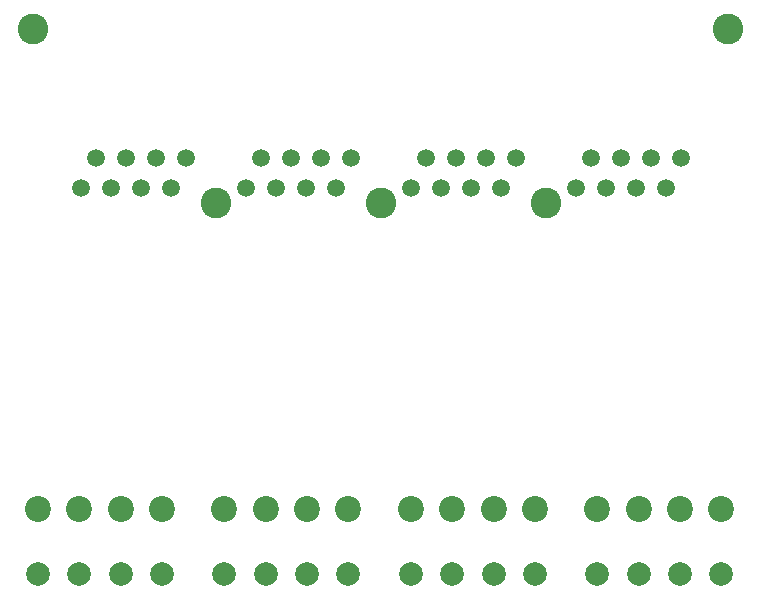
<source format=gbr>
%TF.GenerationSoftware,KiCad,Pcbnew,(6.0.9)*%
%TF.CreationDate,2024-02-02T01:57:23+05:30*%
%TF.ProjectId,RJ45-To-Terminal,524a3435-2d54-46f2-9d54-65726d696e61,2*%
%TF.SameCoordinates,Original*%
%TF.FileFunction,Paste,Bot*%
%TF.FilePolarity,Positive*%
%FSLAX46Y46*%
G04 Gerber Fmt 4.6, Leading zero omitted, Abs format (unit mm)*
G04 Created by KiCad (PCBNEW (6.0.9)) date 2024-02-02 01:57:23*
%MOMM*%
%LPD*%
G01*
G04 APERTURE LIST*
%ADD10C,2.200000*%
%ADD11C,2.000000*%
%ADD12C,1.500000*%
%ADD13C,2.600000*%
G04 APERTURE END LIST*
D10*
%TO.C,J18*%
X148105000Y-89093000D03*
X151605000Y-89093000D03*
X155105000Y-89093000D03*
X158605000Y-89093000D03*
%TD*%
D11*
%TO.C,J19*%
X148105000Y-94579000D03*
X151605000Y-94579000D03*
X155105000Y-94579000D03*
X158605000Y-94579000D03*
%TD*%
%TO.C,J17*%
X132314666Y-94579000D03*
X135814666Y-94579000D03*
X139314666Y-94579000D03*
X142814666Y-94579000D03*
%TD*%
D10*
%TO.C,J16*%
X132314666Y-89093000D03*
X135814666Y-89093000D03*
X139314666Y-89093000D03*
X142814666Y-89093000D03*
%TD*%
D11*
%TO.C,J14*%
X116524333Y-94579000D03*
X120024333Y-94579000D03*
X123524333Y-94579000D03*
X127024333Y-94579000D03*
%TD*%
D10*
%TO.C,J13*%
X127024333Y-89093000D03*
X123524333Y-89093000D03*
X120024333Y-89093000D03*
X116524333Y-89093000D03*
%TD*%
D11*
%TO.C,J12*%
X111234000Y-94579000D03*
X107734000Y-94579000D03*
X104234000Y-94579000D03*
X100734000Y-94579000D03*
%TD*%
D10*
%TO.C,J11*%
X111234000Y-89093000D03*
X107734000Y-89093000D03*
X104234000Y-89093000D03*
X100734000Y-89093000D03*
%TD*%
D12*
%TO.C,RJ45-1*%
X155158400Y-59399400D03*
X153888400Y-61939400D03*
X152618400Y-59399400D03*
X151348400Y-61939400D03*
X150078400Y-59399400D03*
X148808400Y-61939400D03*
X147538400Y-59399400D03*
X146268400Y-61939400D03*
X141188400Y-59399400D03*
X139918400Y-61939400D03*
X138648400Y-59399400D03*
X137378400Y-61939400D03*
X136108400Y-59399400D03*
X134838400Y-61939400D03*
X133568400Y-59399400D03*
X132298400Y-61939400D03*
X127218400Y-59399400D03*
X125948400Y-61939400D03*
X124678400Y-59399400D03*
X123408400Y-61939400D03*
X122138400Y-59399400D03*
X120868400Y-61939400D03*
X119598400Y-59399400D03*
X118328400Y-61939400D03*
X113248400Y-59399400D03*
X111978400Y-61939400D03*
X110708400Y-59399400D03*
X109438400Y-61939400D03*
X108168400Y-59399400D03*
X106898400Y-61939400D03*
X105628400Y-59399400D03*
X104358400Y-61939400D03*
D13*
X115788400Y-63209400D03*
X100358400Y-48479400D03*
X159158400Y-48479400D03*
X129758400Y-63209400D03*
X143728400Y-63209400D03*
%TD*%
M02*

</source>
